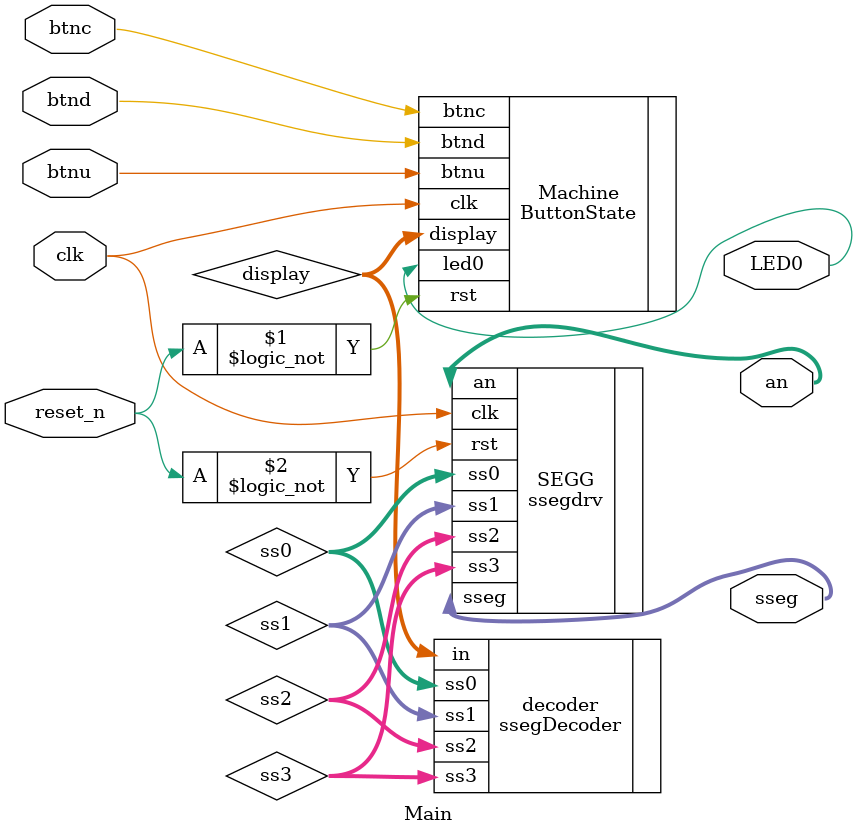
<source format=sv>
`timescale 1ns / 1ps


module Main(
    input clk,
    input reset_n,
    input  btnc, btnu, btnd,
    output [7:0] sseg,
    output [7:0] an,  
    output LED0  
    );
    
    
    logic [7:0] ss0, ss1, ss2, ss3;
    logic [15:0] display;

    
    ButtonState Machine(
        .clk(clk),
        .rst(!reset_n),
        .btnc(btnc),
        .btnu(btnu),
        .btnd(btnd),
        .display(display),
        .led0(LED0)
    );
    
    ssegDecoder decoder(
        .in(display),
        .ss0(ss0),
        .ss1(ss1),
        .ss2(ss2),
        .ss3(ss3)
        );
    
    ssegdrv SEGG(
        .clk(clk),
        .rst(!reset_n),
        .ss0(ss0),
        .ss1(ss1),
        .ss2(ss2),
        .ss3(ss3),
        .sseg(sseg),
        .an(an)
    );
    
    
    
    
    
    
    
    
    
    
    
    
endmodule

</source>
